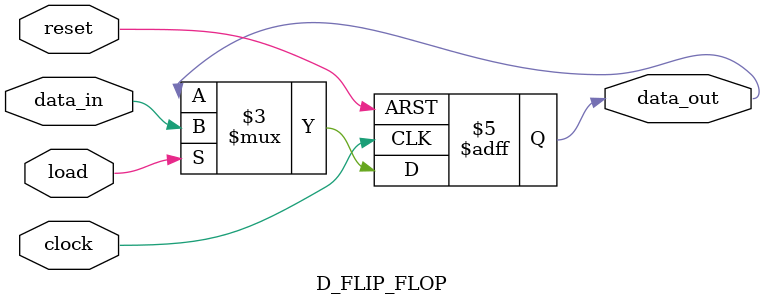
<source format=v>
module D_FLIP_FLOP (data_out, data_in, load, clock, reset);
 
  output reg data_out;
  
  input data_in;
  input load, clock, reset;
  
  always @ (posedge clock or negedge reset)
    if (reset == 0) data_out <= 0;
    else if (load) data_out <= data_in;
      
endmodule
</source>
